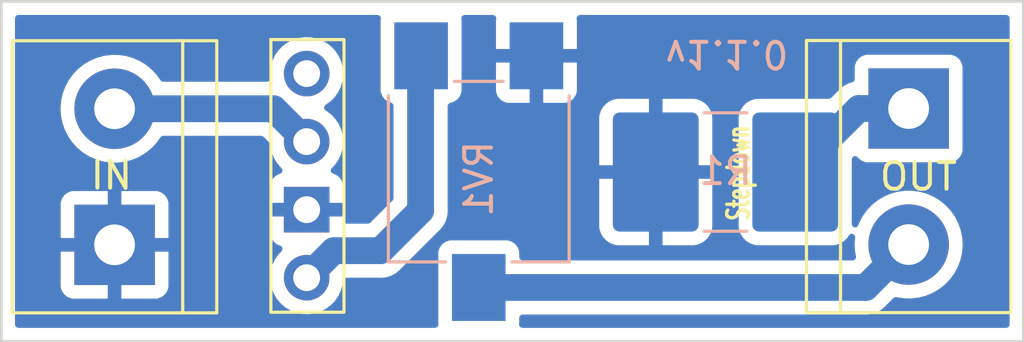
<source format=kicad_pcb>
(kicad_pcb (version 20211014) (generator pcbnew)
  (layers (0 "F.Cu" signal) (31 "B.Cu" signal) (34 "B.Paste" user) (35 "F.Paste" user) (36 "B.SilkS" user "B.Silkscreen") (37 "F.SilkS" user "F.Silkscreen") (38 "B.Mask" user) (39 "F.Mask" user) (44 "Edge.Cuts" user))
  (net 0 "")
  (net 1 "GND")
  (net 2 "+12V")
  (net 3 "Vled")
  (net 4 "Vout")
  (net 5 "Net-(J2-Pad1)")
  (footprint "Connector_PinHeader_2.54mm:PinHeader_1x04_P2.54mm_Vertical" (layer "F.Cu") (at 31.703356 25.558197)
    (fp_text reference "J3" hide)
    (fp_text value "Stepdown" (at 16.095787 3.713746 90) (layer "F.SilkS") (effects (font (size 0.8 0.5) (thickness 0.125))))
    (fp_rect (start -1.334966 -1.270217) (end 1.39059 8.908903) (layer "F.SilkS") (width 0.12) (fill none))
    (pad "1" thru_hole circle (at 0 0) (size 1.7 1.7) (drill 1) (layers *.Cu *.Mask))
    (pad "2" thru_hole oval (at 0 2.54) (size 1.7 1.7) (drill 1) (layers *.Cu *.Mask) (net 2 "+12V"))
    (pad "3" thru_hole rect (at 0 5.08) (size 1.7 1.7) (drill 1) (layers *.Cu *.Mask) (net 1 "GND"))
    (pad "4" thru_hole oval (at 0 7.62) (size 1.7 1.7) (drill 1) (layers *.Cu *.Mask) (net 4 "Vout"))
  )
  (footprint "TerminalBlock:TerminalBlock_bornier-2_P5.08mm" (layer "F.Cu") (at 54.145624 26.861402 -90)
    (fp_text reference "J2" hide)
    (fp_text value "OUT" (at 2.54 -0.363829 180) (layer "F.SilkS"))
    (fp_line (start 7.62 2.54) (end -2.54 2.54) (layer "F.SilkS") (width 0.12))
    (fp_line (start 7.62 -3.81) (end -2.54 -3.81) (layer "F.SilkS") (width 0.12))
    (fp_line (start -2.54 -3.81) (end -2.54 3.81) (layer "F.SilkS") (width 0.12))
    (fp_line (start 7.62 3.81) (end 7.62 -3.81) (layer "F.SilkS") (width 0.12))
    (fp_line (start -2.54 3.81) (end 7.62 3.81) (layer "F.SilkS") (width 0.12))
    (pad "1" thru_hole rect (at 0 0 270) (size 3 3) (drill 1.52) (layers *.Cu *.Mask) (net 5 "Net-(J2-Pad1)"))
    (pad "2" thru_hole circle (at 5.08 0 270) (size 3 3) (drill 1.52) (layers *.Cu *.Mask) (net 3 "Vled"))
  )
  (footprint "TerminalBlock:TerminalBlock_bornier-2_P5.08mm" (layer "F.Cu") (at 24.541828 31.950743 90)
    (fp_text reference "J1" hide)
    (fp_text value "IN" (at 2.590485 -0.117741) (layer "F.SilkS"))
    (fp_line (start -2.54 -3.81) (end -2.54 3.81) (layer "F.SilkS") (width 0.12))
    (fp_line (start 7.62 -3.81) (end -2.54 -3.81) (layer "F.SilkS") (width 0.12))
    (fp_line (start 7.62 3.81) (end 7.62 -3.81) (layer "F.SilkS") (width 0.12))
    (fp_line (start 7.62 2.54) (end -2.54 2.54) (layer "F.SilkS") (width 0.12))
    (fp_line (start -2.54 3.81) (end 7.62 3.81) (layer "F.SilkS") (width 0.12))
    (pad "1" thru_hole rect (at 0 0 90) (size 3 3) (drill 1.52) (layers *.Cu *.Mask) (net 1 "GND"))
    (pad "2" thru_hole circle (at 5.08 0 90) (size 3 3) (drill 1.52) (layers *.Cu *.Mask) (net 2 "+12V"))
  )
  (footprint "Potentiometer_SMD:Potentiometer_ACP_CA6-VSMD_Vertical" (layer "B.Cu") (at 38.11898 29.218261 -90)
    (fp_text reference "RV1" (at 0.268 0 90) (layer "B.SilkS") (effects (justify mirror)))
    (fp_text value "Pot" hide)
    (fp_line (start -3.37 0.909) (end -3.37 -0.91) (layer "B.SilkS") (width 0.12))
    (fp_line (start -2.834 3.371) (end 3.37 3.371) (layer "B.SilkS") (width 0.12))
    (fp_line (start 3.37 -1.24) (end 3.37 -3.37) (layer "B.SilkS") (width 0.12))
    (fp_line (start -2.834 -3.37) (end 3.37 -3.37) (layer "B.SilkS") (width 0.12))
    (fp_line (start 3.37 3.371) (end 3.37 1.24) (layer "B.SilkS") (width 0.12))
    (pad "1" smd rect (at -4.325 -2.15 270) (size 2.5 2) (layers "B.Cu" "B.Paste" "B.Mask") (net 1 "GND"))
    (pad "2" smd rect (at 4.325 0 270) (size 2.5 2) (layers "B.Cu" "B.Paste" "B.Mask") (net 3 "Vled"))
    (pad "3" smd rect (at -4.325 2.15 270) (size 2.5 2) (layers "B.Cu" "B.Paste" "B.Mask") (net 4 "Vout"))
  )
  (footprint "Resistor_SMD:R_2816_7142Metric_Pad3.20x4.45mm_HandSolder" (layer "B.Cu") (at 47.317256 29.232905 180)
    (fp_text reference "R1" (at 0 0.040403) (layer "B.SilkS") (effects (justify mirror)))
    (fp_text value "R" hide)
    (fp_line (start -0.797369 2.21) (end 0.797369 2.21) (layer "B.SilkS") (width 0.12))
    (fp_line (start -0.797369 -2.21) (end 0.797369 -2.21) (layer "B.SilkS") (width 0.12))
    (pad "1" smd roundrect (at -2.6 0 180) (size 3.2 4.45) (layers "B.Cu" "B.Paste" "B.Mask") (roundrect_rratio 0.078125) (net 5 "Net-(J2-Pad1)"))
    (pad "2" smd roundrect (at 2.6 0 180) (size 3.2 4.45) (layers "B.Cu" "B.Paste" "B.Mask") (roundrect_rratio 0.078125) (net 1 "GND"))
  )
  (gr_rect (start 20.32 22.86) (end 58.42 35.56) (layer "Edge.Cuts") (width 0.1) (fill none))
  (gr_text "v1.1.0" (at 47.369289 24.825951 180) (layer "B.SilkS") (effects (font (size 1 1)) (justify mirror)))
  (segment (start 30.475902 26.870743) (end 31.703356 28.098197) (width 1) (layer "B.Cu") (net 2))
  (segment (start 24.541828 26.870743) (end 30.475902 26.870743) (width 1) (layer "B.Cu") (net 2))
  (segment (start 38.11898 33.543261) (end 52.543765 33.543261) (width 1) (layer "B.Cu") (net 3))
  (segment (start 52.543765 33.543261) (end 54.145624 31.941402) (width 1) (layer "B.Cu") (net 3))
  (segment (start 35.95 30.677938) (end 35.95 25.080335) (width 1) (layer "B.Cu") (net 4))
  (segment (start 32.711606 32.169947) (end 34.457991 32.169947) (width 1) (layer "B.Cu") (net 4))
  (segment (start 34.457991 32.169947) (end 35.95 30.677938) (width 1) (layer "B.Cu") (net 4))
  (segment (start 31.703356 33.178197) (end 32.711606 32.169947) (width 1) (layer "B.Cu") (net 4))
  (segment (start 49.917256 29.232905) (end 52.288759 26.861402) (width 1) (layer "B.Cu") (net 5))
  (segment (start 52.288759 26.861402) (end 54.145624 26.861402) (width 1) (layer "B.Cu") (net 5))
  (zone (net 1) (net_name "GND") (layer "B.Cu") (connect_pads (clearance 0.508)) (min_thickness 0.254) (fill yes (thermal_gap 0.508) (thermal_bridge_width 0.508))
    (polygon (pts (xy 58.42 35.56) (xy 20.32 35.56) (xy 20.32 22.86) (xy 58.42 22.86)))
  )
)
</source>
